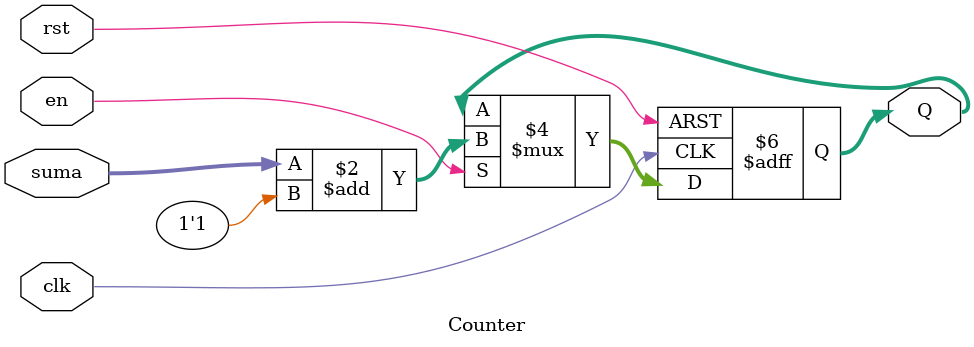
<source format=sv>
module Counter #(parameter N = 8) (input clk, rst, en,
												input [N-1:0] suma, 
												output logic [N-1:0] Q);
												

always_ff @(negedge clk or posedge rst)
	if(rst) Q = 8'h00;
	else
		if(en) Q = suma + 1'b1;

endmodule

</source>
